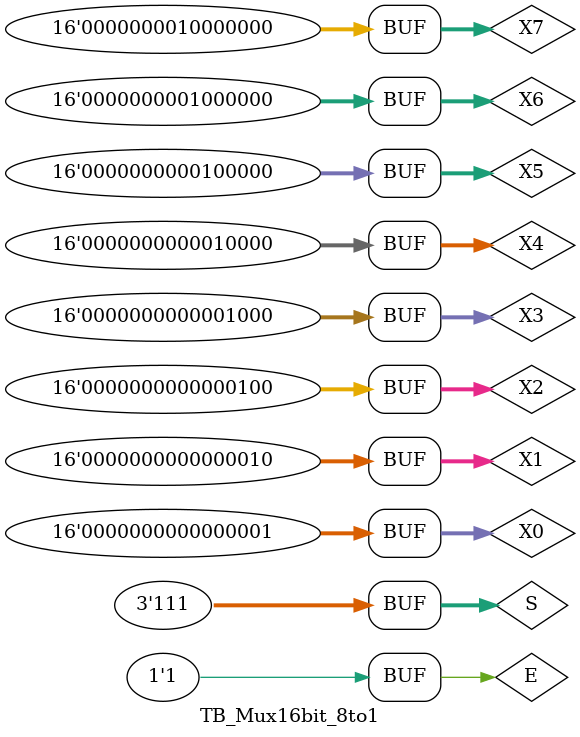
<source format=v>
`timescale 1ns / 1ps

module TB_Mux16bit_8to1();
    // inputs
    reg E;
    reg [2:0] S;
    reg [15:0] X0,X1,X2,X3,X4,X5,X6,X7;
    // outputs
    wire [15:0] Z;
    
    // 1. Instatiate Mux module
    //                               Enable,Select(3b),Input0(16b_allIO),Input1,Input2,Input3,Input4,Input5,Input6,Input7, Output
    Mux16bit_8to1       MUX1        (E     ,   S  , X0,X1,X2,X3,X4,X5,X6,X7, Z);
    
    // 2. Stimulus for test bench
    initial 
        begin
        E=1; S=0; X0=1; X1=2; X2=4; X3=8; X4=16; X5=32; X6=64; X7=128;
        #5 E=1; S=1; X0=1; X1=2; X2=4; X3=8; X4=16; X5=32; X6=64; X7=128;
        #5 E=1; S=2; X0=1; X1=2; X2=4; X3=8; X4=16; X5=32; X6=64; X7=128;
        #5 E=1; S=3; X0=1; X1=2; X2=4; X3=8; X4=16; X5=32; X6=64; X7=128;
        #5 E=1; S=4; X0=1; X1=2; X2=4; X3=8; X4=16; X5=32; X6=64; X7=128;
        #5 E=1; S=5; X0=1; X1=2; X2=4; X3=8; X4=16; X5=32; X6=64; X7=128;
        #5 E=1; S=6; X0=1; X1=2; X2=4; X3=8; X4=16; X5=32; X6=64; X7=128;
        #5 E=1; S=7; X0=1; X1=2; X2=4; X3=8; X4=16; X5=32; X6=64; X7=128;
        end
endmodule

</source>
